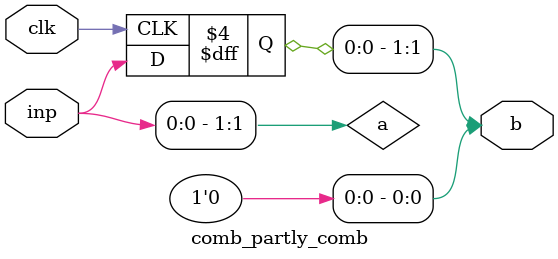
<source format=sv>
`define expected_error CombError

module comb_partly_comb(input logic clk,
                        input logic inp,
                        output logic [1:0] b = 2'd0);

logic[1:0] a;

// a[0] is not comb, but could allow this since we never read a[0]
always_comb
  a[1] = inp;

always_ff @ (posedge clk)
  b[1] <= a[1];

endmodule

</source>
